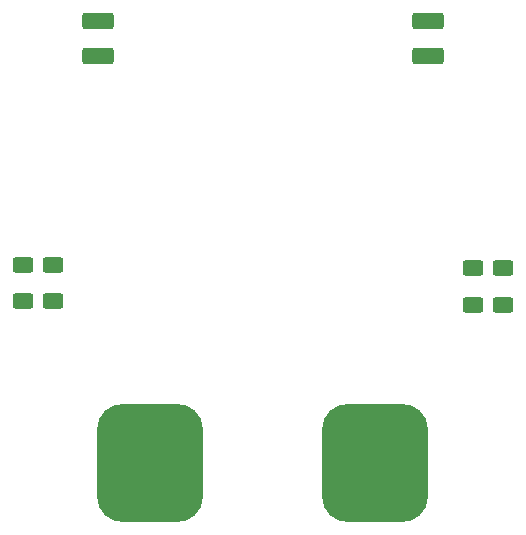
<source format=gbr>
%TF.GenerationSoftware,KiCad,Pcbnew,7.0.2*%
%TF.CreationDate,2023-05-27T17:02:01+02:00*%
%TF.ProjectId,benchpsu_barreljack_adapter,62656e63-6870-4737-955f-62617272656c,rev?*%
%TF.SameCoordinates,Original*%
%TF.FileFunction,Paste,Top*%
%TF.FilePolarity,Positive*%
%FSLAX46Y46*%
G04 Gerber Fmt 4.6, Leading zero omitted, Abs format (unit mm)*
G04 Created by KiCad (PCBNEW 7.0.2) date 2023-05-27 17:02:01*
%MOMM*%
%LPD*%
G01*
G04 APERTURE LIST*
G04 Aperture macros list*
%AMRoundRect*
0 Rectangle with rounded corners*
0 $1 Rounding radius*
0 $2 $3 $4 $5 $6 $7 $8 $9 X,Y pos of 4 corners*
0 Add a 4 corners polygon primitive as box body*
4,1,4,$2,$3,$4,$5,$6,$7,$8,$9,$2,$3,0*
0 Add four circle primitives for the rounded corners*
1,1,$1+$1,$2,$3*
1,1,$1+$1,$4,$5*
1,1,$1+$1,$6,$7*
1,1,$1+$1,$8,$9*
0 Add four rect primitives between the rounded corners*
20,1,$1+$1,$2,$3,$4,$5,0*
20,1,$1+$1,$4,$5,$6,$7,0*
20,1,$1+$1,$6,$7,$8,$9,0*
20,1,$1+$1,$8,$9,$2,$3,0*%
G04 Aperture macros list end*
%ADD10RoundRect,2.250000X2.250000X2.750000X-2.250000X2.750000X-2.250000X-2.750000X2.250000X-2.750000X0*%
%ADD11RoundRect,0.250000X0.625000X-0.400000X0.625000X0.400000X-0.625000X0.400000X-0.625000X-0.400000X0*%
%ADD12RoundRect,0.250001X-1.074999X0.462499X-1.074999X-0.462499X1.074999X-0.462499X1.074999X0.462499X0*%
G04 APERTURE END LIST*
D10*
%TO.C,J1*%
X142875000Y-128016000D03*
%TD*%
%TO.C,J2*%
X161925000Y-128016000D03*
%TD*%
D11*
%TO.C,R3*%
X134620000Y-114300000D03*
X134620000Y-111200000D03*
%TD*%
D12*
%TO.C,D1*%
X166370000Y-90587500D03*
X166370000Y-93562500D03*
%TD*%
D11*
%TO.C,R4*%
X132080000Y-114300000D03*
X132080000Y-111200000D03*
%TD*%
D12*
%TO.C,D3*%
X138430000Y-90587500D03*
X138430000Y-93562500D03*
%TD*%
D11*
%TO.C,R2*%
X170180000Y-114580000D03*
X170180000Y-111480000D03*
%TD*%
%TO.C,R1*%
X172720000Y-114580000D03*
X172720000Y-111480000D03*
%TD*%
M02*

</source>
